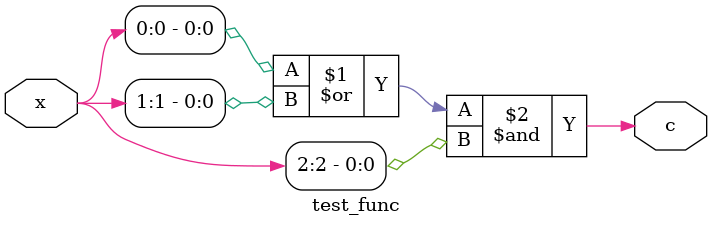
<source format=v>
module test_func(x, c);

input [2:0] x;
output c;

assign c = (x[0] | x[1]) & x[2];

endmodule

</source>
